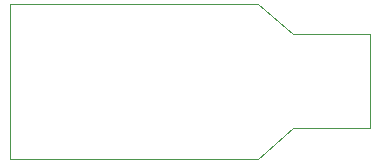
<source format=gbr>
G04 #@! TF.FileFunction,Profile,NP*
%FSLAX46Y46*%
G04 Gerber Fmt 4.6, Leading zero omitted, Abs format (unit mm)*
G04 Created by KiCad (PCBNEW 4.0.7) date 07/23/18 11:35:42*
%MOMM*%
%LPD*%
G01*
G04 APERTURE LIST*
%ADD10C,0.400000*%
%ADD11C,0.100000*%
G04 APERTURE END LIST*
D10*
D11*
X160250000Y-98550000D02*
X163250000Y-101050000D01*
X139250000Y-98550000D02*
X160250000Y-98550000D01*
X169750000Y-101050000D02*
X163250000Y-101050000D01*
X169750000Y-109050000D02*
X169750000Y-101050000D01*
X163250000Y-109050000D02*
X169750000Y-109050000D01*
X160250000Y-111625000D02*
X163250000Y-109050000D01*
X139250000Y-111625000D02*
X160250000Y-111625000D01*
X139250000Y-98550000D02*
X139250000Y-111625000D01*
M02*

</source>
